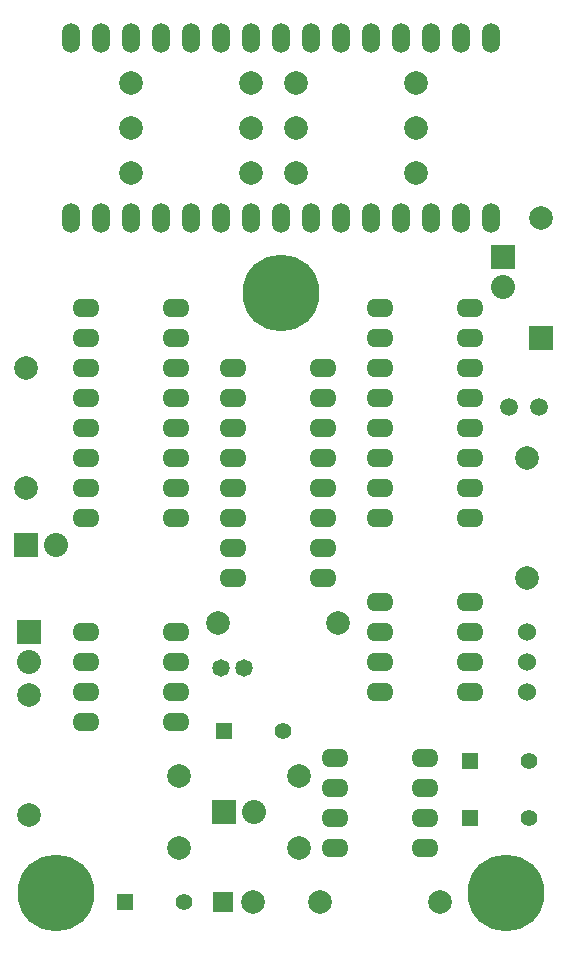
<source format=gts>
G04 #@! TF.FileFunction,Soldermask,Top*
%FSLAX46Y46*%
G04 Gerber Fmt 4.6, Leading zero omitted, Abs format (unit mm)*
G04 Created by KiCad (PCBNEW (2015-04-30 BZR 5634)-product) date Mon 22 Jun 2015 08:21:25 PM CEST*
%MOMM*%
G01*
G04 APERTURE LIST*
%ADD10C,0.100000*%
%ADD11O,1.524000X2.524000*%
%ADD12R,2.032000X2.032000*%
%ADD13O,2.032000X2.032000*%
%ADD14C,1.501140*%
%ADD15R,1.400000X1.400000*%
%ADD16C,1.400000*%
%ADD17C,1.480820*%
%ADD18C,1.998980*%
%ADD19R,1.998980X1.998980*%
%ADD20O,2.300000X1.600000*%
%ADD21R,1.699260X1.699260*%
%ADD22C,1.524000*%
%ADD23C,6.500000*%
G04 APERTURE END LIST*
D10*
D11*
X99060000Y-78740000D03*
X96520000Y-78740000D03*
X93980000Y-78740000D03*
X91440000Y-78740000D03*
X88900000Y-78740000D03*
X88900000Y-63500000D03*
X91440000Y-63500000D03*
X93980000Y-63500000D03*
X96520000Y-63500000D03*
X99060000Y-63500000D03*
X86360000Y-78740000D03*
X83820000Y-78740000D03*
X81280000Y-78740000D03*
X78740000Y-78740000D03*
X76200000Y-78740000D03*
X76200000Y-63500000D03*
X78740000Y-63500000D03*
X81280000Y-63500000D03*
X83820000Y-63500000D03*
X86360000Y-63500000D03*
X73660000Y-78740000D03*
X71120000Y-78740000D03*
X68580000Y-78740000D03*
X66040000Y-78740000D03*
X63500000Y-78740000D03*
X63500000Y-63500000D03*
X66040000Y-63500000D03*
X68580000Y-63500000D03*
X71120000Y-63500000D03*
X73660000Y-63500000D03*
D12*
X100076000Y-82042000D03*
D13*
X100076000Y-84582000D03*
D14*
X100584000Y-94742000D03*
X103124000Y-94742000D03*
D15*
X97282000Y-124714000D03*
D16*
X102282000Y-124714000D03*
D15*
X97282000Y-129540000D03*
D16*
X102282000Y-129540000D03*
D15*
X68072000Y-136652000D03*
D16*
X73072000Y-136652000D03*
D17*
X76215240Y-116840000D03*
X78216760Y-116840000D03*
D15*
X76454000Y-122174000D03*
D16*
X81454000Y-122174000D03*
D18*
X103375460Y-78740000D03*
D19*
X103375460Y-88900000D03*
D20*
X97282000Y-104140000D03*
X97282000Y-101600000D03*
X97282000Y-99060000D03*
X97282000Y-96520000D03*
X97282000Y-93980000D03*
X97282000Y-91440000D03*
X97282000Y-88900000D03*
X97282000Y-86360000D03*
X89662000Y-86360000D03*
X89662000Y-88900000D03*
X89662000Y-91440000D03*
X89662000Y-93980000D03*
X89662000Y-96520000D03*
X89662000Y-99060000D03*
X89662000Y-101600000D03*
X89662000Y-104140000D03*
X84836000Y-109220000D03*
X84836000Y-106680000D03*
X84836000Y-104140000D03*
X84836000Y-101600000D03*
X84836000Y-99060000D03*
X84836000Y-96520000D03*
X84836000Y-93980000D03*
X84836000Y-91440000D03*
X77216000Y-91440000D03*
X77216000Y-93980000D03*
X77216000Y-96520000D03*
X77216000Y-99060000D03*
X77216000Y-101600000D03*
X77216000Y-104140000D03*
X77216000Y-106680000D03*
X77216000Y-109220000D03*
X72390000Y-104140000D03*
X72390000Y-101600000D03*
X72390000Y-99060000D03*
X72390000Y-96520000D03*
X72390000Y-93980000D03*
X72390000Y-91440000D03*
X72390000Y-88900000D03*
X72390000Y-86360000D03*
X64770000Y-86360000D03*
X64770000Y-88900000D03*
X64770000Y-91440000D03*
X64770000Y-93980000D03*
X64770000Y-96520000D03*
X64770000Y-99060000D03*
X64770000Y-101600000D03*
X64770000Y-104140000D03*
X89662000Y-111252000D03*
X89662000Y-113792000D03*
X89662000Y-116332000D03*
X89662000Y-118872000D03*
X97282000Y-118872000D03*
X97282000Y-116332000D03*
X97282000Y-113792000D03*
X97282000Y-111252000D03*
X85852000Y-124460000D03*
X85852000Y-127000000D03*
X85852000Y-129540000D03*
X85852000Y-132080000D03*
X93472000Y-132080000D03*
X93472000Y-129540000D03*
X93472000Y-127000000D03*
X93472000Y-124460000D03*
X64770000Y-113792000D03*
X64770000Y-116332000D03*
X64770000Y-118872000D03*
X64770000Y-121412000D03*
X72390000Y-121412000D03*
X72390000Y-118872000D03*
X72390000Y-116332000D03*
X72390000Y-113792000D03*
D21*
X76452660Y-136652000D03*
D18*
X78992660Y-136652000D03*
X82550000Y-67310000D03*
X92710000Y-67310000D03*
X82550000Y-71120000D03*
X92710000Y-71120000D03*
X92710000Y-74930000D03*
X82550000Y-74930000D03*
X68580000Y-71120000D03*
X78740000Y-71120000D03*
X78740000Y-67310000D03*
X68580000Y-67310000D03*
X78740000Y-74930000D03*
X68580000Y-74930000D03*
X102108000Y-99060000D03*
X102108000Y-109220000D03*
D22*
X102108000Y-116332000D03*
X102108000Y-113792000D03*
X102108000Y-118872000D03*
D18*
X82804000Y-125984000D03*
X72644000Y-125984000D03*
X82804000Y-132080000D03*
X72644000Y-132080000D03*
X86106000Y-113030000D03*
X75946000Y-113030000D03*
X94742000Y-136652000D03*
X84582000Y-136652000D03*
X59944000Y-119126000D03*
X59944000Y-129286000D03*
X59690000Y-91440000D03*
X59690000Y-101600000D03*
D12*
X59690000Y-106426000D03*
D13*
X62230000Y-106426000D03*
D12*
X76454000Y-129032000D03*
D13*
X78994000Y-129032000D03*
D12*
X59944000Y-113792000D03*
D13*
X59944000Y-116332000D03*
D23*
X62230000Y-135890000D03*
X100330000Y-135890000D03*
X81280000Y-85090000D03*
M02*

</source>
